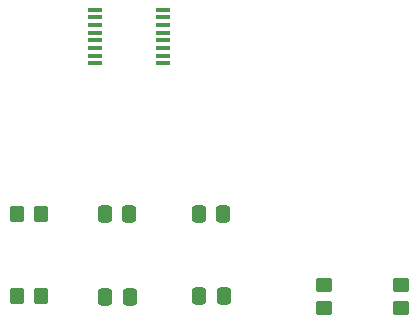
<source format=gbr>
%TF.GenerationSoftware,KiCad,Pcbnew,9.0.6*%
%TF.CreationDate,2026-02-22T18:14:21-08:00*%
%TF.ProjectId,display,64697370-6c61-4792-9e6b-696361645f70,rev?*%
%TF.SameCoordinates,Original*%
%TF.FileFunction,Paste,Top*%
%TF.FilePolarity,Positive*%
%FSLAX46Y46*%
G04 Gerber Fmt 4.6, Leading zero omitted, Abs format (unit mm)*
G04 Created by KiCad (PCBNEW 9.0.6) date 2026-02-22 18:14:21*
%MOMM*%
%LPD*%
G01*
G04 APERTURE LIST*
G04 Aperture macros list*
%AMRoundRect*
0 Rectangle with rounded corners*
0 $1 Rounding radius*
0 $2 $3 $4 $5 $6 $7 $8 $9 X,Y pos of 4 corners*
0 Add a 4 corners polygon primitive as box body*
4,1,4,$2,$3,$4,$5,$6,$7,$8,$9,$2,$3,0*
0 Add four circle primitives for the rounded corners*
1,1,$1+$1,$2,$3*
1,1,$1+$1,$4,$5*
1,1,$1+$1,$6,$7*
1,1,$1+$1,$8,$9*
0 Add four rect primitives between the rounded corners*
20,1,$1+$1,$2,$3,$4,$5,0*
20,1,$1+$1,$4,$5,$6,$7,0*
20,1,$1+$1,$6,$7,$8,$9,0*
20,1,$1+$1,$8,$9,$2,$3,0*%
G04 Aperture macros list end*
%ADD10R,1.168400X0.304800*%
%ADD11RoundRect,0.250000X0.450000X-0.350000X0.450000X0.350000X-0.450000X0.350000X-0.450000X-0.350000X0*%
%ADD12RoundRect,0.250000X-0.450000X0.350000X-0.450000X-0.350000X0.450000X-0.350000X0.450000X0.350000X0*%
%ADD13RoundRect,0.250000X-0.350000X-0.450000X0.350000X-0.450000X0.350000X0.450000X-0.350000X0.450000X0*%
%ADD14RoundRect,0.250000X0.350000X0.450000X-0.350000X0.450000X-0.350000X-0.450000X0.350000X-0.450000X0*%
%ADD15RoundRect,0.250000X-0.337500X-0.475000X0.337500X-0.475000X0.337500X0.475000X-0.337500X0.475000X0*%
%ADD16RoundRect,0.250000X0.337500X0.475000X-0.337500X0.475000X-0.337500X-0.475000X0.337500X-0.475000X0*%
G04 APERTURE END LIST*
D10*
%TO.C,U1*%
X138629800Y-86725001D03*
X138629800Y-87374999D03*
X138629800Y-88025001D03*
X138629800Y-88674999D03*
X138629800Y-89324998D03*
X138629800Y-89974999D03*
X138629800Y-90624998D03*
X138629800Y-91274999D03*
X144370200Y-91274999D03*
X144370200Y-90625001D03*
X144370200Y-89974999D03*
X144370200Y-89325001D03*
X144370200Y-88675002D03*
X144370200Y-88025001D03*
X144370200Y-87375002D03*
X144370200Y-86725001D03*
%TD*%
D11*
%TO.C,R4*%
X164500000Y-112000000D03*
X164500000Y-110000000D03*
%TD*%
D12*
%TO.C,R3*%
X158000000Y-110000000D03*
X158000000Y-112000000D03*
%TD*%
D13*
%TO.C,R2*%
X132000000Y-110962500D03*
X134000000Y-110962500D03*
%TD*%
D14*
%TO.C,R1*%
X134000000Y-104000000D03*
X132000000Y-104000000D03*
%TD*%
D15*
%TO.C,C4*%
X147387500Y-104037500D03*
X149462500Y-104037500D03*
%TD*%
D16*
%TO.C,C3*%
X149500000Y-111000000D03*
X147425000Y-111000000D03*
%TD*%
D15*
%TO.C,C2*%
X139425000Y-104037500D03*
X141500000Y-104037500D03*
%TD*%
%TO.C,C1*%
X139462500Y-111037500D03*
X141537500Y-111037500D03*
%TD*%
M02*

</source>
